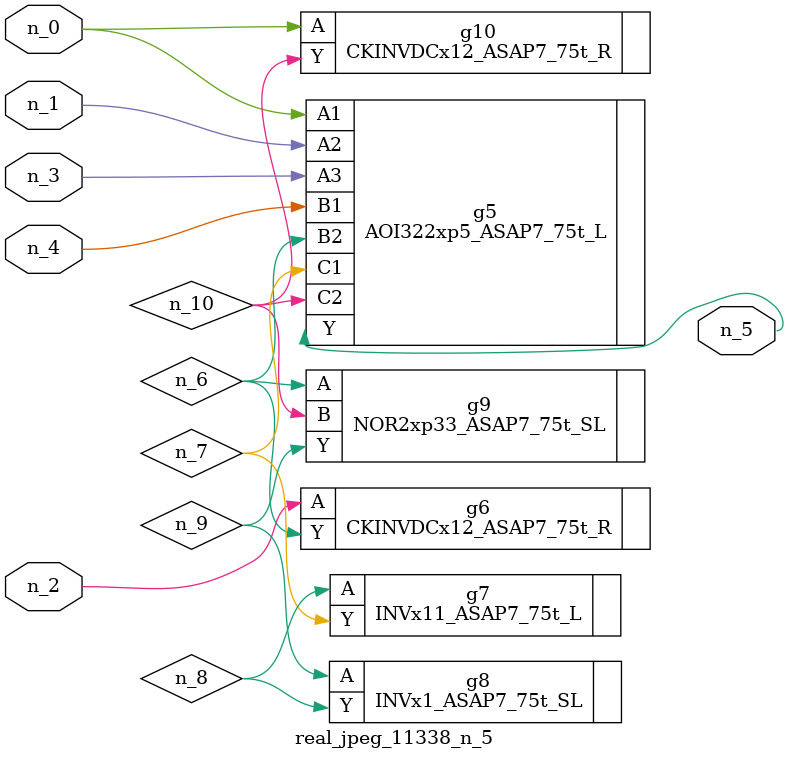
<source format=v>
module real_jpeg_11338_n_5 (n_4, n_0, n_1, n_2, n_3, n_5);

input n_4;
input n_0;
input n_1;
input n_2;
input n_3;

output n_5;

wire n_8;
wire n_6;
wire n_7;
wire n_10;
wire n_9;

AOI322xp5_ASAP7_75t_L g5 ( 
.A1(n_0),
.A2(n_1),
.A3(n_3),
.B1(n_4),
.B2(n_6),
.C1(n_7),
.C2(n_10),
.Y(n_5)
);

CKINVDCx12_ASAP7_75t_R g10 ( 
.A(n_0),
.Y(n_10)
);

CKINVDCx12_ASAP7_75t_R g6 ( 
.A(n_2),
.Y(n_6)
);

NOR2xp33_ASAP7_75t_SL g9 ( 
.A(n_6),
.B(n_10),
.Y(n_9)
);

INVx11_ASAP7_75t_L g7 ( 
.A(n_8),
.Y(n_7)
);

INVx1_ASAP7_75t_SL g8 ( 
.A(n_9),
.Y(n_8)
);


endmodule
</source>
